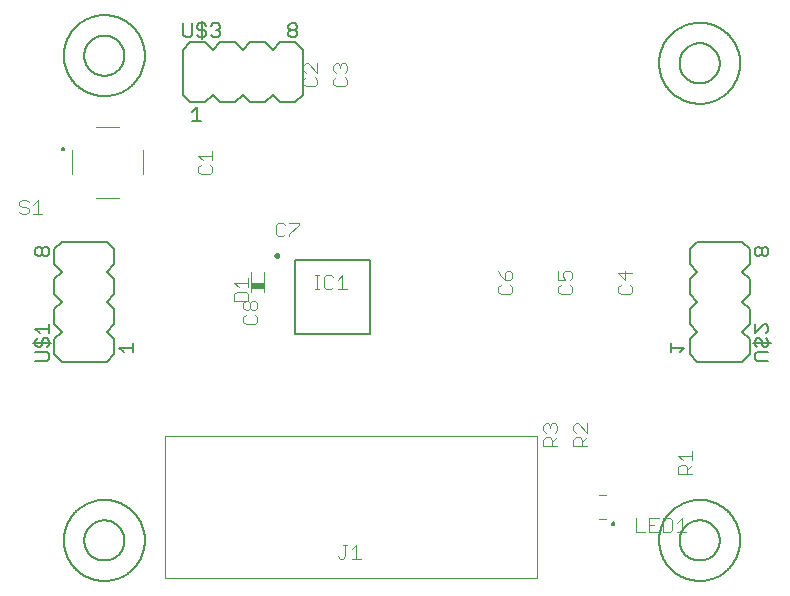
<source format=gbr>
G04 EAGLE Gerber RS-274X export*
G75*
%MOMM*%
%FSLAX34Y34*%
%LPD*%
%INSilkscreen Top*%
%IPPOS*%
%AMOC8*
5,1,8,0,0,1.08239X$1,22.5*%
G01*
%ADD10C,0.152400*%
%ADD11C,0.203200*%
%ADD12C,0.200000*%
%ADD13C,0.250000*%
%ADD14C,0.101600*%
%ADD15C,0.100000*%
%ADD16C,0.200000*%
%ADD17C,0.127000*%
%ADD18R,1.100000X0.600000*%


D10*
X13710Y458470D02*
X13720Y459312D01*
X13751Y460153D01*
X13803Y460993D01*
X13875Y461831D01*
X13968Y462667D01*
X14081Y463501D01*
X14215Y464332D01*
X14369Y465160D01*
X14543Y465983D01*
X14738Y466802D01*
X14952Y467616D01*
X15187Y468424D01*
X15441Y469226D01*
X15714Y470022D01*
X16008Y470811D01*
X16320Y471592D01*
X16652Y472366D01*
X17002Y473131D01*
X17371Y473887D01*
X17759Y474634D01*
X18165Y475371D01*
X18588Y476099D01*
X19030Y476815D01*
X19489Y477521D01*
X19965Y478214D01*
X20458Y478897D01*
X20968Y479566D01*
X21493Y480223D01*
X22035Y480867D01*
X22593Y481498D01*
X23166Y482114D01*
X23753Y482717D01*
X24356Y483304D01*
X24972Y483877D01*
X25603Y484435D01*
X26247Y484977D01*
X26904Y485502D01*
X27573Y486012D01*
X28256Y486505D01*
X28949Y486981D01*
X29655Y487440D01*
X30371Y487882D01*
X31099Y488305D01*
X31836Y488711D01*
X32583Y489099D01*
X33339Y489468D01*
X34104Y489818D01*
X34878Y490150D01*
X35659Y490462D01*
X36448Y490756D01*
X37244Y491029D01*
X38046Y491283D01*
X38854Y491518D01*
X39668Y491732D01*
X40487Y491927D01*
X41310Y492101D01*
X42138Y492255D01*
X42969Y492389D01*
X43803Y492502D01*
X44639Y492595D01*
X45477Y492667D01*
X46317Y492719D01*
X47158Y492750D01*
X48000Y492760D01*
X48842Y492750D01*
X49683Y492719D01*
X50523Y492667D01*
X51361Y492595D01*
X52197Y492502D01*
X53031Y492389D01*
X53862Y492255D01*
X54690Y492101D01*
X55513Y491927D01*
X56332Y491732D01*
X57146Y491518D01*
X57954Y491283D01*
X58756Y491029D01*
X59552Y490756D01*
X60341Y490462D01*
X61122Y490150D01*
X61896Y489818D01*
X62661Y489468D01*
X63417Y489099D01*
X64164Y488711D01*
X64901Y488305D01*
X65629Y487882D01*
X66345Y487440D01*
X67051Y486981D01*
X67744Y486505D01*
X68427Y486012D01*
X69096Y485502D01*
X69753Y484977D01*
X70397Y484435D01*
X71028Y483877D01*
X71644Y483304D01*
X72247Y482717D01*
X72834Y482114D01*
X73407Y481498D01*
X73965Y480867D01*
X74507Y480223D01*
X75032Y479566D01*
X75542Y478897D01*
X76035Y478214D01*
X76511Y477521D01*
X76970Y476815D01*
X77412Y476099D01*
X77835Y475371D01*
X78241Y474634D01*
X78629Y473887D01*
X78998Y473131D01*
X79348Y472366D01*
X79680Y471592D01*
X79992Y470811D01*
X80286Y470022D01*
X80559Y469226D01*
X80813Y468424D01*
X81048Y467616D01*
X81262Y466802D01*
X81457Y465983D01*
X81631Y465160D01*
X81785Y464332D01*
X81919Y463501D01*
X82032Y462667D01*
X82125Y461831D01*
X82197Y460993D01*
X82249Y460153D01*
X82280Y459312D01*
X82290Y458470D01*
X82280Y457628D01*
X82249Y456787D01*
X82197Y455947D01*
X82125Y455109D01*
X82032Y454273D01*
X81919Y453439D01*
X81785Y452608D01*
X81631Y451780D01*
X81457Y450957D01*
X81262Y450138D01*
X81048Y449324D01*
X80813Y448516D01*
X80559Y447714D01*
X80286Y446918D01*
X79992Y446129D01*
X79680Y445348D01*
X79348Y444574D01*
X78998Y443809D01*
X78629Y443053D01*
X78241Y442306D01*
X77835Y441569D01*
X77412Y440841D01*
X76970Y440125D01*
X76511Y439419D01*
X76035Y438726D01*
X75542Y438043D01*
X75032Y437374D01*
X74507Y436717D01*
X73965Y436073D01*
X73407Y435442D01*
X72834Y434826D01*
X72247Y434223D01*
X71644Y433636D01*
X71028Y433063D01*
X70397Y432505D01*
X69753Y431963D01*
X69096Y431438D01*
X68427Y430928D01*
X67744Y430435D01*
X67051Y429959D01*
X66345Y429500D01*
X65629Y429058D01*
X64901Y428635D01*
X64164Y428229D01*
X63417Y427841D01*
X62661Y427472D01*
X61896Y427122D01*
X61122Y426790D01*
X60341Y426478D01*
X59552Y426184D01*
X58756Y425911D01*
X57954Y425657D01*
X57146Y425422D01*
X56332Y425208D01*
X55513Y425013D01*
X54690Y424839D01*
X53862Y424685D01*
X53031Y424551D01*
X52197Y424438D01*
X51361Y424345D01*
X50523Y424273D01*
X49683Y424221D01*
X48842Y424190D01*
X48000Y424180D01*
X47158Y424190D01*
X46317Y424221D01*
X45477Y424273D01*
X44639Y424345D01*
X43803Y424438D01*
X42969Y424551D01*
X42138Y424685D01*
X41310Y424839D01*
X40487Y425013D01*
X39668Y425208D01*
X38854Y425422D01*
X38046Y425657D01*
X37244Y425911D01*
X36448Y426184D01*
X35659Y426478D01*
X34878Y426790D01*
X34104Y427122D01*
X33339Y427472D01*
X32583Y427841D01*
X31836Y428229D01*
X31099Y428635D01*
X30371Y429058D01*
X29655Y429500D01*
X28949Y429959D01*
X28256Y430435D01*
X27573Y430928D01*
X26904Y431438D01*
X26247Y431963D01*
X25603Y432505D01*
X24972Y433063D01*
X24356Y433636D01*
X23753Y434223D01*
X23166Y434826D01*
X22593Y435442D01*
X22035Y436073D01*
X21493Y436717D01*
X20968Y437374D01*
X20458Y438043D01*
X19965Y438726D01*
X19489Y439419D01*
X19030Y440125D01*
X18588Y440841D01*
X18165Y441569D01*
X17759Y442306D01*
X17371Y443053D01*
X17002Y443809D01*
X16652Y444574D01*
X16320Y445348D01*
X16008Y446129D01*
X15714Y446918D01*
X15441Y447714D01*
X15187Y448516D01*
X14952Y449324D01*
X14738Y450138D01*
X14543Y450957D01*
X14369Y451780D01*
X14215Y452608D01*
X14081Y453439D01*
X13968Y454273D01*
X13875Y455109D01*
X13803Y455947D01*
X13751Y456787D01*
X13720Y457628D01*
X13710Y458470D01*
D11*
X31000Y458470D02*
X31005Y458887D01*
X31020Y459304D01*
X31046Y459721D01*
X31082Y460136D01*
X31128Y460551D01*
X31184Y460964D01*
X31250Y461376D01*
X31327Y461787D01*
X31413Y462195D01*
X31509Y462601D01*
X31616Y463004D01*
X31732Y463405D01*
X31858Y463803D01*
X31994Y464197D01*
X32139Y464588D01*
X32294Y464976D01*
X32458Y465359D01*
X32632Y465738D01*
X32815Y466113D01*
X33007Y466484D01*
X33209Y466849D01*
X33419Y467210D01*
X33637Y467565D01*
X33865Y467915D01*
X34101Y468259D01*
X34345Y468597D01*
X34598Y468929D01*
X34859Y469255D01*
X35127Y469574D01*
X35404Y469887D01*
X35688Y470192D01*
X35979Y470491D01*
X36278Y470782D01*
X36583Y471066D01*
X36896Y471343D01*
X37215Y471611D01*
X37541Y471872D01*
X37873Y472125D01*
X38211Y472369D01*
X38555Y472605D01*
X38905Y472833D01*
X39260Y473051D01*
X39621Y473261D01*
X39986Y473463D01*
X40357Y473655D01*
X40732Y473838D01*
X41111Y474012D01*
X41494Y474176D01*
X41882Y474331D01*
X42273Y474476D01*
X42667Y474612D01*
X43065Y474738D01*
X43466Y474854D01*
X43869Y474961D01*
X44275Y475057D01*
X44683Y475143D01*
X45094Y475220D01*
X45506Y475286D01*
X45919Y475342D01*
X46334Y475388D01*
X46749Y475424D01*
X47166Y475450D01*
X47583Y475465D01*
X48000Y475470D01*
X48417Y475465D01*
X48834Y475450D01*
X49251Y475424D01*
X49666Y475388D01*
X50081Y475342D01*
X50494Y475286D01*
X50906Y475220D01*
X51317Y475143D01*
X51725Y475057D01*
X52131Y474961D01*
X52534Y474854D01*
X52935Y474738D01*
X53333Y474612D01*
X53727Y474476D01*
X54118Y474331D01*
X54506Y474176D01*
X54889Y474012D01*
X55268Y473838D01*
X55643Y473655D01*
X56014Y473463D01*
X56379Y473261D01*
X56740Y473051D01*
X57095Y472833D01*
X57445Y472605D01*
X57789Y472369D01*
X58127Y472125D01*
X58459Y471872D01*
X58785Y471611D01*
X59104Y471343D01*
X59417Y471066D01*
X59722Y470782D01*
X60021Y470491D01*
X60312Y470192D01*
X60596Y469887D01*
X60873Y469574D01*
X61141Y469255D01*
X61402Y468929D01*
X61655Y468597D01*
X61899Y468259D01*
X62135Y467915D01*
X62363Y467565D01*
X62581Y467210D01*
X62791Y466849D01*
X62993Y466484D01*
X63185Y466113D01*
X63368Y465738D01*
X63542Y465359D01*
X63706Y464976D01*
X63861Y464588D01*
X64006Y464197D01*
X64142Y463803D01*
X64268Y463405D01*
X64384Y463004D01*
X64491Y462601D01*
X64587Y462195D01*
X64673Y461787D01*
X64750Y461376D01*
X64816Y460964D01*
X64872Y460551D01*
X64918Y460136D01*
X64954Y459721D01*
X64980Y459304D01*
X64995Y458887D01*
X65000Y458470D01*
X64995Y458053D01*
X64980Y457636D01*
X64954Y457219D01*
X64918Y456804D01*
X64872Y456389D01*
X64816Y455976D01*
X64750Y455564D01*
X64673Y455153D01*
X64587Y454745D01*
X64491Y454339D01*
X64384Y453936D01*
X64268Y453535D01*
X64142Y453137D01*
X64006Y452743D01*
X63861Y452352D01*
X63706Y451964D01*
X63542Y451581D01*
X63368Y451202D01*
X63185Y450827D01*
X62993Y450456D01*
X62791Y450091D01*
X62581Y449730D01*
X62363Y449375D01*
X62135Y449025D01*
X61899Y448681D01*
X61655Y448343D01*
X61402Y448011D01*
X61141Y447685D01*
X60873Y447366D01*
X60596Y447053D01*
X60312Y446748D01*
X60021Y446449D01*
X59722Y446158D01*
X59417Y445874D01*
X59104Y445597D01*
X58785Y445329D01*
X58459Y445068D01*
X58127Y444815D01*
X57789Y444571D01*
X57445Y444335D01*
X57095Y444107D01*
X56740Y443889D01*
X56379Y443679D01*
X56014Y443477D01*
X55643Y443285D01*
X55268Y443102D01*
X54889Y442928D01*
X54506Y442764D01*
X54118Y442609D01*
X53727Y442464D01*
X53333Y442328D01*
X52935Y442202D01*
X52534Y442086D01*
X52131Y441979D01*
X51725Y441883D01*
X51317Y441797D01*
X50906Y441720D01*
X50494Y441654D01*
X50081Y441598D01*
X49666Y441552D01*
X49251Y441516D01*
X48834Y441490D01*
X48417Y441475D01*
X48000Y441470D01*
X47583Y441475D01*
X47166Y441490D01*
X46749Y441516D01*
X46334Y441552D01*
X45919Y441598D01*
X45506Y441654D01*
X45094Y441720D01*
X44683Y441797D01*
X44275Y441883D01*
X43869Y441979D01*
X43466Y442086D01*
X43065Y442202D01*
X42667Y442328D01*
X42273Y442464D01*
X41882Y442609D01*
X41494Y442764D01*
X41111Y442928D01*
X40732Y443102D01*
X40357Y443285D01*
X39986Y443477D01*
X39621Y443679D01*
X39260Y443889D01*
X38905Y444107D01*
X38555Y444335D01*
X38211Y444571D01*
X37873Y444815D01*
X37541Y445068D01*
X37215Y445329D01*
X36896Y445597D01*
X36583Y445874D01*
X36278Y446158D01*
X35979Y446449D01*
X35688Y446748D01*
X35404Y447053D01*
X35127Y447366D01*
X34859Y447685D01*
X34598Y448011D01*
X34345Y448343D01*
X34101Y448681D01*
X33865Y449025D01*
X33637Y449375D01*
X33419Y449730D01*
X33209Y450091D01*
X33007Y450456D01*
X32815Y450827D01*
X32632Y451202D01*
X32458Y451581D01*
X32294Y451964D01*
X32139Y452352D01*
X31994Y452743D01*
X31858Y453137D01*
X31732Y453535D01*
X31616Y453936D01*
X31509Y454339D01*
X31413Y454745D01*
X31327Y455153D01*
X31250Y455564D01*
X31184Y455976D01*
X31128Y456389D01*
X31082Y456804D01*
X31046Y457219D01*
X31020Y457636D01*
X31005Y458053D01*
X31000Y458470D01*
D10*
X517710Y452000D02*
X517720Y452842D01*
X517751Y453683D01*
X517803Y454523D01*
X517875Y455361D01*
X517968Y456197D01*
X518081Y457031D01*
X518215Y457862D01*
X518369Y458690D01*
X518543Y459513D01*
X518738Y460332D01*
X518952Y461146D01*
X519187Y461954D01*
X519441Y462756D01*
X519714Y463552D01*
X520008Y464341D01*
X520320Y465122D01*
X520652Y465896D01*
X521002Y466661D01*
X521371Y467417D01*
X521759Y468164D01*
X522165Y468901D01*
X522588Y469629D01*
X523030Y470345D01*
X523489Y471051D01*
X523965Y471744D01*
X524458Y472427D01*
X524968Y473096D01*
X525493Y473753D01*
X526035Y474397D01*
X526593Y475028D01*
X527166Y475644D01*
X527753Y476247D01*
X528356Y476834D01*
X528972Y477407D01*
X529603Y477965D01*
X530247Y478507D01*
X530904Y479032D01*
X531573Y479542D01*
X532256Y480035D01*
X532949Y480511D01*
X533655Y480970D01*
X534371Y481412D01*
X535099Y481835D01*
X535836Y482241D01*
X536583Y482629D01*
X537339Y482998D01*
X538104Y483348D01*
X538878Y483680D01*
X539659Y483992D01*
X540448Y484286D01*
X541244Y484559D01*
X542046Y484813D01*
X542854Y485048D01*
X543668Y485262D01*
X544487Y485457D01*
X545310Y485631D01*
X546138Y485785D01*
X546969Y485919D01*
X547803Y486032D01*
X548639Y486125D01*
X549477Y486197D01*
X550317Y486249D01*
X551158Y486280D01*
X552000Y486290D01*
X552842Y486280D01*
X553683Y486249D01*
X554523Y486197D01*
X555361Y486125D01*
X556197Y486032D01*
X557031Y485919D01*
X557862Y485785D01*
X558690Y485631D01*
X559513Y485457D01*
X560332Y485262D01*
X561146Y485048D01*
X561954Y484813D01*
X562756Y484559D01*
X563552Y484286D01*
X564341Y483992D01*
X565122Y483680D01*
X565896Y483348D01*
X566661Y482998D01*
X567417Y482629D01*
X568164Y482241D01*
X568901Y481835D01*
X569629Y481412D01*
X570345Y480970D01*
X571051Y480511D01*
X571744Y480035D01*
X572427Y479542D01*
X573096Y479032D01*
X573753Y478507D01*
X574397Y477965D01*
X575028Y477407D01*
X575644Y476834D01*
X576247Y476247D01*
X576834Y475644D01*
X577407Y475028D01*
X577965Y474397D01*
X578507Y473753D01*
X579032Y473096D01*
X579542Y472427D01*
X580035Y471744D01*
X580511Y471051D01*
X580970Y470345D01*
X581412Y469629D01*
X581835Y468901D01*
X582241Y468164D01*
X582629Y467417D01*
X582998Y466661D01*
X583348Y465896D01*
X583680Y465122D01*
X583992Y464341D01*
X584286Y463552D01*
X584559Y462756D01*
X584813Y461954D01*
X585048Y461146D01*
X585262Y460332D01*
X585457Y459513D01*
X585631Y458690D01*
X585785Y457862D01*
X585919Y457031D01*
X586032Y456197D01*
X586125Y455361D01*
X586197Y454523D01*
X586249Y453683D01*
X586280Y452842D01*
X586290Y452000D01*
X586280Y451158D01*
X586249Y450317D01*
X586197Y449477D01*
X586125Y448639D01*
X586032Y447803D01*
X585919Y446969D01*
X585785Y446138D01*
X585631Y445310D01*
X585457Y444487D01*
X585262Y443668D01*
X585048Y442854D01*
X584813Y442046D01*
X584559Y441244D01*
X584286Y440448D01*
X583992Y439659D01*
X583680Y438878D01*
X583348Y438104D01*
X582998Y437339D01*
X582629Y436583D01*
X582241Y435836D01*
X581835Y435099D01*
X581412Y434371D01*
X580970Y433655D01*
X580511Y432949D01*
X580035Y432256D01*
X579542Y431573D01*
X579032Y430904D01*
X578507Y430247D01*
X577965Y429603D01*
X577407Y428972D01*
X576834Y428356D01*
X576247Y427753D01*
X575644Y427166D01*
X575028Y426593D01*
X574397Y426035D01*
X573753Y425493D01*
X573096Y424968D01*
X572427Y424458D01*
X571744Y423965D01*
X571051Y423489D01*
X570345Y423030D01*
X569629Y422588D01*
X568901Y422165D01*
X568164Y421759D01*
X567417Y421371D01*
X566661Y421002D01*
X565896Y420652D01*
X565122Y420320D01*
X564341Y420008D01*
X563552Y419714D01*
X562756Y419441D01*
X561954Y419187D01*
X561146Y418952D01*
X560332Y418738D01*
X559513Y418543D01*
X558690Y418369D01*
X557862Y418215D01*
X557031Y418081D01*
X556197Y417968D01*
X555361Y417875D01*
X554523Y417803D01*
X553683Y417751D01*
X552842Y417720D01*
X552000Y417710D01*
X551158Y417720D01*
X550317Y417751D01*
X549477Y417803D01*
X548639Y417875D01*
X547803Y417968D01*
X546969Y418081D01*
X546138Y418215D01*
X545310Y418369D01*
X544487Y418543D01*
X543668Y418738D01*
X542854Y418952D01*
X542046Y419187D01*
X541244Y419441D01*
X540448Y419714D01*
X539659Y420008D01*
X538878Y420320D01*
X538104Y420652D01*
X537339Y421002D01*
X536583Y421371D01*
X535836Y421759D01*
X535099Y422165D01*
X534371Y422588D01*
X533655Y423030D01*
X532949Y423489D01*
X532256Y423965D01*
X531573Y424458D01*
X530904Y424968D01*
X530247Y425493D01*
X529603Y426035D01*
X528972Y426593D01*
X528356Y427166D01*
X527753Y427753D01*
X527166Y428356D01*
X526593Y428972D01*
X526035Y429603D01*
X525493Y430247D01*
X524968Y430904D01*
X524458Y431573D01*
X523965Y432256D01*
X523489Y432949D01*
X523030Y433655D01*
X522588Y434371D01*
X522165Y435099D01*
X521759Y435836D01*
X521371Y436583D01*
X521002Y437339D01*
X520652Y438104D01*
X520320Y438878D01*
X520008Y439659D01*
X519714Y440448D01*
X519441Y441244D01*
X519187Y442046D01*
X518952Y442854D01*
X518738Y443668D01*
X518543Y444487D01*
X518369Y445310D01*
X518215Y446138D01*
X518081Y446969D01*
X517968Y447803D01*
X517875Y448639D01*
X517803Y449477D01*
X517751Y450317D01*
X517720Y451158D01*
X517710Y452000D01*
D11*
X535000Y452000D02*
X535005Y452417D01*
X535020Y452834D01*
X535046Y453251D01*
X535082Y453666D01*
X535128Y454081D01*
X535184Y454494D01*
X535250Y454906D01*
X535327Y455317D01*
X535413Y455725D01*
X535509Y456131D01*
X535616Y456534D01*
X535732Y456935D01*
X535858Y457333D01*
X535994Y457727D01*
X536139Y458118D01*
X536294Y458506D01*
X536458Y458889D01*
X536632Y459268D01*
X536815Y459643D01*
X537007Y460014D01*
X537209Y460379D01*
X537419Y460740D01*
X537637Y461095D01*
X537865Y461445D01*
X538101Y461789D01*
X538345Y462127D01*
X538598Y462459D01*
X538859Y462785D01*
X539127Y463104D01*
X539404Y463417D01*
X539688Y463722D01*
X539979Y464021D01*
X540278Y464312D01*
X540583Y464596D01*
X540896Y464873D01*
X541215Y465141D01*
X541541Y465402D01*
X541873Y465655D01*
X542211Y465899D01*
X542555Y466135D01*
X542905Y466363D01*
X543260Y466581D01*
X543621Y466791D01*
X543986Y466993D01*
X544357Y467185D01*
X544732Y467368D01*
X545111Y467542D01*
X545494Y467706D01*
X545882Y467861D01*
X546273Y468006D01*
X546667Y468142D01*
X547065Y468268D01*
X547466Y468384D01*
X547869Y468491D01*
X548275Y468587D01*
X548683Y468673D01*
X549094Y468750D01*
X549506Y468816D01*
X549919Y468872D01*
X550334Y468918D01*
X550749Y468954D01*
X551166Y468980D01*
X551583Y468995D01*
X552000Y469000D01*
X552417Y468995D01*
X552834Y468980D01*
X553251Y468954D01*
X553666Y468918D01*
X554081Y468872D01*
X554494Y468816D01*
X554906Y468750D01*
X555317Y468673D01*
X555725Y468587D01*
X556131Y468491D01*
X556534Y468384D01*
X556935Y468268D01*
X557333Y468142D01*
X557727Y468006D01*
X558118Y467861D01*
X558506Y467706D01*
X558889Y467542D01*
X559268Y467368D01*
X559643Y467185D01*
X560014Y466993D01*
X560379Y466791D01*
X560740Y466581D01*
X561095Y466363D01*
X561445Y466135D01*
X561789Y465899D01*
X562127Y465655D01*
X562459Y465402D01*
X562785Y465141D01*
X563104Y464873D01*
X563417Y464596D01*
X563722Y464312D01*
X564021Y464021D01*
X564312Y463722D01*
X564596Y463417D01*
X564873Y463104D01*
X565141Y462785D01*
X565402Y462459D01*
X565655Y462127D01*
X565899Y461789D01*
X566135Y461445D01*
X566363Y461095D01*
X566581Y460740D01*
X566791Y460379D01*
X566993Y460014D01*
X567185Y459643D01*
X567368Y459268D01*
X567542Y458889D01*
X567706Y458506D01*
X567861Y458118D01*
X568006Y457727D01*
X568142Y457333D01*
X568268Y456935D01*
X568384Y456534D01*
X568491Y456131D01*
X568587Y455725D01*
X568673Y455317D01*
X568750Y454906D01*
X568816Y454494D01*
X568872Y454081D01*
X568918Y453666D01*
X568954Y453251D01*
X568980Y452834D01*
X568995Y452417D01*
X569000Y452000D01*
X568995Y451583D01*
X568980Y451166D01*
X568954Y450749D01*
X568918Y450334D01*
X568872Y449919D01*
X568816Y449506D01*
X568750Y449094D01*
X568673Y448683D01*
X568587Y448275D01*
X568491Y447869D01*
X568384Y447466D01*
X568268Y447065D01*
X568142Y446667D01*
X568006Y446273D01*
X567861Y445882D01*
X567706Y445494D01*
X567542Y445111D01*
X567368Y444732D01*
X567185Y444357D01*
X566993Y443986D01*
X566791Y443621D01*
X566581Y443260D01*
X566363Y442905D01*
X566135Y442555D01*
X565899Y442211D01*
X565655Y441873D01*
X565402Y441541D01*
X565141Y441215D01*
X564873Y440896D01*
X564596Y440583D01*
X564312Y440278D01*
X564021Y439979D01*
X563722Y439688D01*
X563417Y439404D01*
X563104Y439127D01*
X562785Y438859D01*
X562459Y438598D01*
X562127Y438345D01*
X561789Y438101D01*
X561445Y437865D01*
X561095Y437637D01*
X560740Y437419D01*
X560379Y437209D01*
X560014Y437007D01*
X559643Y436815D01*
X559268Y436632D01*
X558889Y436458D01*
X558506Y436294D01*
X558118Y436139D01*
X557727Y435994D01*
X557333Y435858D01*
X556935Y435732D01*
X556534Y435616D01*
X556131Y435509D01*
X555725Y435413D01*
X555317Y435327D01*
X554906Y435250D01*
X554494Y435184D01*
X554081Y435128D01*
X553666Y435082D01*
X553251Y435046D01*
X552834Y435020D01*
X552417Y435005D01*
X552000Y435000D01*
X551583Y435005D01*
X551166Y435020D01*
X550749Y435046D01*
X550334Y435082D01*
X549919Y435128D01*
X549506Y435184D01*
X549094Y435250D01*
X548683Y435327D01*
X548275Y435413D01*
X547869Y435509D01*
X547466Y435616D01*
X547065Y435732D01*
X546667Y435858D01*
X546273Y435994D01*
X545882Y436139D01*
X545494Y436294D01*
X545111Y436458D01*
X544732Y436632D01*
X544357Y436815D01*
X543986Y437007D01*
X543621Y437209D01*
X543260Y437419D01*
X542905Y437637D01*
X542555Y437865D01*
X542211Y438101D01*
X541873Y438345D01*
X541541Y438598D01*
X541215Y438859D01*
X540896Y439127D01*
X540583Y439404D01*
X540278Y439688D01*
X539979Y439979D01*
X539688Y440278D01*
X539404Y440583D01*
X539127Y440896D01*
X538859Y441215D01*
X538598Y441541D01*
X538345Y441873D01*
X538101Y442211D01*
X537865Y442555D01*
X537637Y442905D01*
X537419Y443260D01*
X537209Y443621D01*
X537007Y443986D01*
X536815Y444357D01*
X536632Y444732D01*
X536458Y445111D01*
X536294Y445494D01*
X536139Y445882D01*
X535994Y446273D01*
X535858Y446667D01*
X535732Y447065D01*
X535616Y447466D01*
X535509Y447869D01*
X535413Y448275D01*
X535327Y448683D01*
X535250Y449094D01*
X535184Y449506D01*
X535128Y449919D01*
X535082Y450334D01*
X535046Y450749D01*
X535020Y451166D01*
X535005Y451583D01*
X535000Y452000D01*
D10*
X13710Y48000D02*
X13720Y48842D01*
X13751Y49683D01*
X13803Y50523D01*
X13875Y51361D01*
X13968Y52197D01*
X14081Y53031D01*
X14215Y53862D01*
X14369Y54690D01*
X14543Y55513D01*
X14738Y56332D01*
X14952Y57146D01*
X15187Y57954D01*
X15441Y58756D01*
X15714Y59552D01*
X16008Y60341D01*
X16320Y61122D01*
X16652Y61896D01*
X17002Y62661D01*
X17371Y63417D01*
X17759Y64164D01*
X18165Y64901D01*
X18588Y65629D01*
X19030Y66345D01*
X19489Y67051D01*
X19965Y67744D01*
X20458Y68427D01*
X20968Y69096D01*
X21493Y69753D01*
X22035Y70397D01*
X22593Y71028D01*
X23166Y71644D01*
X23753Y72247D01*
X24356Y72834D01*
X24972Y73407D01*
X25603Y73965D01*
X26247Y74507D01*
X26904Y75032D01*
X27573Y75542D01*
X28256Y76035D01*
X28949Y76511D01*
X29655Y76970D01*
X30371Y77412D01*
X31099Y77835D01*
X31836Y78241D01*
X32583Y78629D01*
X33339Y78998D01*
X34104Y79348D01*
X34878Y79680D01*
X35659Y79992D01*
X36448Y80286D01*
X37244Y80559D01*
X38046Y80813D01*
X38854Y81048D01*
X39668Y81262D01*
X40487Y81457D01*
X41310Y81631D01*
X42138Y81785D01*
X42969Y81919D01*
X43803Y82032D01*
X44639Y82125D01*
X45477Y82197D01*
X46317Y82249D01*
X47158Y82280D01*
X48000Y82290D01*
X48842Y82280D01*
X49683Y82249D01*
X50523Y82197D01*
X51361Y82125D01*
X52197Y82032D01*
X53031Y81919D01*
X53862Y81785D01*
X54690Y81631D01*
X55513Y81457D01*
X56332Y81262D01*
X57146Y81048D01*
X57954Y80813D01*
X58756Y80559D01*
X59552Y80286D01*
X60341Y79992D01*
X61122Y79680D01*
X61896Y79348D01*
X62661Y78998D01*
X63417Y78629D01*
X64164Y78241D01*
X64901Y77835D01*
X65629Y77412D01*
X66345Y76970D01*
X67051Y76511D01*
X67744Y76035D01*
X68427Y75542D01*
X69096Y75032D01*
X69753Y74507D01*
X70397Y73965D01*
X71028Y73407D01*
X71644Y72834D01*
X72247Y72247D01*
X72834Y71644D01*
X73407Y71028D01*
X73965Y70397D01*
X74507Y69753D01*
X75032Y69096D01*
X75542Y68427D01*
X76035Y67744D01*
X76511Y67051D01*
X76970Y66345D01*
X77412Y65629D01*
X77835Y64901D01*
X78241Y64164D01*
X78629Y63417D01*
X78998Y62661D01*
X79348Y61896D01*
X79680Y61122D01*
X79992Y60341D01*
X80286Y59552D01*
X80559Y58756D01*
X80813Y57954D01*
X81048Y57146D01*
X81262Y56332D01*
X81457Y55513D01*
X81631Y54690D01*
X81785Y53862D01*
X81919Y53031D01*
X82032Y52197D01*
X82125Y51361D01*
X82197Y50523D01*
X82249Y49683D01*
X82280Y48842D01*
X82290Y48000D01*
X82280Y47158D01*
X82249Y46317D01*
X82197Y45477D01*
X82125Y44639D01*
X82032Y43803D01*
X81919Y42969D01*
X81785Y42138D01*
X81631Y41310D01*
X81457Y40487D01*
X81262Y39668D01*
X81048Y38854D01*
X80813Y38046D01*
X80559Y37244D01*
X80286Y36448D01*
X79992Y35659D01*
X79680Y34878D01*
X79348Y34104D01*
X78998Y33339D01*
X78629Y32583D01*
X78241Y31836D01*
X77835Y31099D01*
X77412Y30371D01*
X76970Y29655D01*
X76511Y28949D01*
X76035Y28256D01*
X75542Y27573D01*
X75032Y26904D01*
X74507Y26247D01*
X73965Y25603D01*
X73407Y24972D01*
X72834Y24356D01*
X72247Y23753D01*
X71644Y23166D01*
X71028Y22593D01*
X70397Y22035D01*
X69753Y21493D01*
X69096Y20968D01*
X68427Y20458D01*
X67744Y19965D01*
X67051Y19489D01*
X66345Y19030D01*
X65629Y18588D01*
X64901Y18165D01*
X64164Y17759D01*
X63417Y17371D01*
X62661Y17002D01*
X61896Y16652D01*
X61122Y16320D01*
X60341Y16008D01*
X59552Y15714D01*
X58756Y15441D01*
X57954Y15187D01*
X57146Y14952D01*
X56332Y14738D01*
X55513Y14543D01*
X54690Y14369D01*
X53862Y14215D01*
X53031Y14081D01*
X52197Y13968D01*
X51361Y13875D01*
X50523Y13803D01*
X49683Y13751D01*
X48842Y13720D01*
X48000Y13710D01*
X47158Y13720D01*
X46317Y13751D01*
X45477Y13803D01*
X44639Y13875D01*
X43803Y13968D01*
X42969Y14081D01*
X42138Y14215D01*
X41310Y14369D01*
X40487Y14543D01*
X39668Y14738D01*
X38854Y14952D01*
X38046Y15187D01*
X37244Y15441D01*
X36448Y15714D01*
X35659Y16008D01*
X34878Y16320D01*
X34104Y16652D01*
X33339Y17002D01*
X32583Y17371D01*
X31836Y17759D01*
X31099Y18165D01*
X30371Y18588D01*
X29655Y19030D01*
X28949Y19489D01*
X28256Y19965D01*
X27573Y20458D01*
X26904Y20968D01*
X26247Y21493D01*
X25603Y22035D01*
X24972Y22593D01*
X24356Y23166D01*
X23753Y23753D01*
X23166Y24356D01*
X22593Y24972D01*
X22035Y25603D01*
X21493Y26247D01*
X20968Y26904D01*
X20458Y27573D01*
X19965Y28256D01*
X19489Y28949D01*
X19030Y29655D01*
X18588Y30371D01*
X18165Y31099D01*
X17759Y31836D01*
X17371Y32583D01*
X17002Y33339D01*
X16652Y34104D01*
X16320Y34878D01*
X16008Y35659D01*
X15714Y36448D01*
X15441Y37244D01*
X15187Y38046D01*
X14952Y38854D01*
X14738Y39668D01*
X14543Y40487D01*
X14369Y41310D01*
X14215Y42138D01*
X14081Y42969D01*
X13968Y43803D01*
X13875Y44639D01*
X13803Y45477D01*
X13751Y46317D01*
X13720Y47158D01*
X13710Y48000D01*
D11*
X31000Y48000D02*
X31005Y48417D01*
X31020Y48834D01*
X31046Y49251D01*
X31082Y49666D01*
X31128Y50081D01*
X31184Y50494D01*
X31250Y50906D01*
X31327Y51317D01*
X31413Y51725D01*
X31509Y52131D01*
X31616Y52534D01*
X31732Y52935D01*
X31858Y53333D01*
X31994Y53727D01*
X32139Y54118D01*
X32294Y54506D01*
X32458Y54889D01*
X32632Y55268D01*
X32815Y55643D01*
X33007Y56014D01*
X33209Y56379D01*
X33419Y56740D01*
X33637Y57095D01*
X33865Y57445D01*
X34101Y57789D01*
X34345Y58127D01*
X34598Y58459D01*
X34859Y58785D01*
X35127Y59104D01*
X35404Y59417D01*
X35688Y59722D01*
X35979Y60021D01*
X36278Y60312D01*
X36583Y60596D01*
X36896Y60873D01*
X37215Y61141D01*
X37541Y61402D01*
X37873Y61655D01*
X38211Y61899D01*
X38555Y62135D01*
X38905Y62363D01*
X39260Y62581D01*
X39621Y62791D01*
X39986Y62993D01*
X40357Y63185D01*
X40732Y63368D01*
X41111Y63542D01*
X41494Y63706D01*
X41882Y63861D01*
X42273Y64006D01*
X42667Y64142D01*
X43065Y64268D01*
X43466Y64384D01*
X43869Y64491D01*
X44275Y64587D01*
X44683Y64673D01*
X45094Y64750D01*
X45506Y64816D01*
X45919Y64872D01*
X46334Y64918D01*
X46749Y64954D01*
X47166Y64980D01*
X47583Y64995D01*
X48000Y65000D01*
X48417Y64995D01*
X48834Y64980D01*
X49251Y64954D01*
X49666Y64918D01*
X50081Y64872D01*
X50494Y64816D01*
X50906Y64750D01*
X51317Y64673D01*
X51725Y64587D01*
X52131Y64491D01*
X52534Y64384D01*
X52935Y64268D01*
X53333Y64142D01*
X53727Y64006D01*
X54118Y63861D01*
X54506Y63706D01*
X54889Y63542D01*
X55268Y63368D01*
X55643Y63185D01*
X56014Y62993D01*
X56379Y62791D01*
X56740Y62581D01*
X57095Y62363D01*
X57445Y62135D01*
X57789Y61899D01*
X58127Y61655D01*
X58459Y61402D01*
X58785Y61141D01*
X59104Y60873D01*
X59417Y60596D01*
X59722Y60312D01*
X60021Y60021D01*
X60312Y59722D01*
X60596Y59417D01*
X60873Y59104D01*
X61141Y58785D01*
X61402Y58459D01*
X61655Y58127D01*
X61899Y57789D01*
X62135Y57445D01*
X62363Y57095D01*
X62581Y56740D01*
X62791Y56379D01*
X62993Y56014D01*
X63185Y55643D01*
X63368Y55268D01*
X63542Y54889D01*
X63706Y54506D01*
X63861Y54118D01*
X64006Y53727D01*
X64142Y53333D01*
X64268Y52935D01*
X64384Y52534D01*
X64491Y52131D01*
X64587Y51725D01*
X64673Y51317D01*
X64750Y50906D01*
X64816Y50494D01*
X64872Y50081D01*
X64918Y49666D01*
X64954Y49251D01*
X64980Y48834D01*
X64995Y48417D01*
X65000Y48000D01*
X64995Y47583D01*
X64980Y47166D01*
X64954Y46749D01*
X64918Y46334D01*
X64872Y45919D01*
X64816Y45506D01*
X64750Y45094D01*
X64673Y44683D01*
X64587Y44275D01*
X64491Y43869D01*
X64384Y43466D01*
X64268Y43065D01*
X64142Y42667D01*
X64006Y42273D01*
X63861Y41882D01*
X63706Y41494D01*
X63542Y41111D01*
X63368Y40732D01*
X63185Y40357D01*
X62993Y39986D01*
X62791Y39621D01*
X62581Y39260D01*
X62363Y38905D01*
X62135Y38555D01*
X61899Y38211D01*
X61655Y37873D01*
X61402Y37541D01*
X61141Y37215D01*
X60873Y36896D01*
X60596Y36583D01*
X60312Y36278D01*
X60021Y35979D01*
X59722Y35688D01*
X59417Y35404D01*
X59104Y35127D01*
X58785Y34859D01*
X58459Y34598D01*
X58127Y34345D01*
X57789Y34101D01*
X57445Y33865D01*
X57095Y33637D01*
X56740Y33419D01*
X56379Y33209D01*
X56014Y33007D01*
X55643Y32815D01*
X55268Y32632D01*
X54889Y32458D01*
X54506Y32294D01*
X54118Y32139D01*
X53727Y31994D01*
X53333Y31858D01*
X52935Y31732D01*
X52534Y31616D01*
X52131Y31509D01*
X51725Y31413D01*
X51317Y31327D01*
X50906Y31250D01*
X50494Y31184D01*
X50081Y31128D01*
X49666Y31082D01*
X49251Y31046D01*
X48834Y31020D01*
X48417Y31005D01*
X48000Y31000D01*
X47583Y31005D01*
X47166Y31020D01*
X46749Y31046D01*
X46334Y31082D01*
X45919Y31128D01*
X45506Y31184D01*
X45094Y31250D01*
X44683Y31327D01*
X44275Y31413D01*
X43869Y31509D01*
X43466Y31616D01*
X43065Y31732D01*
X42667Y31858D01*
X42273Y31994D01*
X41882Y32139D01*
X41494Y32294D01*
X41111Y32458D01*
X40732Y32632D01*
X40357Y32815D01*
X39986Y33007D01*
X39621Y33209D01*
X39260Y33419D01*
X38905Y33637D01*
X38555Y33865D01*
X38211Y34101D01*
X37873Y34345D01*
X37541Y34598D01*
X37215Y34859D01*
X36896Y35127D01*
X36583Y35404D01*
X36278Y35688D01*
X35979Y35979D01*
X35688Y36278D01*
X35404Y36583D01*
X35127Y36896D01*
X34859Y37215D01*
X34598Y37541D01*
X34345Y37873D01*
X34101Y38211D01*
X33865Y38555D01*
X33637Y38905D01*
X33419Y39260D01*
X33209Y39621D01*
X33007Y39986D01*
X32815Y40357D01*
X32632Y40732D01*
X32458Y41111D01*
X32294Y41494D01*
X32139Y41882D01*
X31994Y42273D01*
X31858Y42667D01*
X31732Y43065D01*
X31616Y43466D01*
X31509Y43869D01*
X31413Y44275D01*
X31327Y44683D01*
X31250Y45094D01*
X31184Y45506D01*
X31128Y45919D01*
X31082Y46334D01*
X31046Y46749D01*
X31020Y47166D01*
X31005Y47583D01*
X31000Y48000D01*
D10*
X517710Y48000D02*
X517720Y48842D01*
X517751Y49683D01*
X517803Y50523D01*
X517875Y51361D01*
X517968Y52197D01*
X518081Y53031D01*
X518215Y53862D01*
X518369Y54690D01*
X518543Y55513D01*
X518738Y56332D01*
X518952Y57146D01*
X519187Y57954D01*
X519441Y58756D01*
X519714Y59552D01*
X520008Y60341D01*
X520320Y61122D01*
X520652Y61896D01*
X521002Y62661D01*
X521371Y63417D01*
X521759Y64164D01*
X522165Y64901D01*
X522588Y65629D01*
X523030Y66345D01*
X523489Y67051D01*
X523965Y67744D01*
X524458Y68427D01*
X524968Y69096D01*
X525493Y69753D01*
X526035Y70397D01*
X526593Y71028D01*
X527166Y71644D01*
X527753Y72247D01*
X528356Y72834D01*
X528972Y73407D01*
X529603Y73965D01*
X530247Y74507D01*
X530904Y75032D01*
X531573Y75542D01*
X532256Y76035D01*
X532949Y76511D01*
X533655Y76970D01*
X534371Y77412D01*
X535099Y77835D01*
X535836Y78241D01*
X536583Y78629D01*
X537339Y78998D01*
X538104Y79348D01*
X538878Y79680D01*
X539659Y79992D01*
X540448Y80286D01*
X541244Y80559D01*
X542046Y80813D01*
X542854Y81048D01*
X543668Y81262D01*
X544487Y81457D01*
X545310Y81631D01*
X546138Y81785D01*
X546969Y81919D01*
X547803Y82032D01*
X548639Y82125D01*
X549477Y82197D01*
X550317Y82249D01*
X551158Y82280D01*
X552000Y82290D01*
X552842Y82280D01*
X553683Y82249D01*
X554523Y82197D01*
X555361Y82125D01*
X556197Y82032D01*
X557031Y81919D01*
X557862Y81785D01*
X558690Y81631D01*
X559513Y81457D01*
X560332Y81262D01*
X561146Y81048D01*
X561954Y80813D01*
X562756Y80559D01*
X563552Y80286D01*
X564341Y79992D01*
X565122Y79680D01*
X565896Y79348D01*
X566661Y78998D01*
X567417Y78629D01*
X568164Y78241D01*
X568901Y77835D01*
X569629Y77412D01*
X570345Y76970D01*
X571051Y76511D01*
X571744Y76035D01*
X572427Y75542D01*
X573096Y75032D01*
X573753Y74507D01*
X574397Y73965D01*
X575028Y73407D01*
X575644Y72834D01*
X576247Y72247D01*
X576834Y71644D01*
X577407Y71028D01*
X577965Y70397D01*
X578507Y69753D01*
X579032Y69096D01*
X579542Y68427D01*
X580035Y67744D01*
X580511Y67051D01*
X580970Y66345D01*
X581412Y65629D01*
X581835Y64901D01*
X582241Y64164D01*
X582629Y63417D01*
X582998Y62661D01*
X583348Y61896D01*
X583680Y61122D01*
X583992Y60341D01*
X584286Y59552D01*
X584559Y58756D01*
X584813Y57954D01*
X585048Y57146D01*
X585262Y56332D01*
X585457Y55513D01*
X585631Y54690D01*
X585785Y53862D01*
X585919Y53031D01*
X586032Y52197D01*
X586125Y51361D01*
X586197Y50523D01*
X586249Y49683D01*
X586280Y48842D01*
X586290Y48000D01*
X586280Y47158D01*
X586249Y46317D01*
X586197Y45477D01*
X586125Y44639D01*
X586032Y43803D01*
X585919Y42969D01*
X585785Y42138D01*
X585631Y41310D01*
X585457Y40487D01*
X585262Y39668D01*
X585048Y38854D01*
X584813Y38046D01*
X584559Y37244D01*
X584286Y36448D01*
X583992Y35659D01*
X583680Y34878D01*
X583348Y34104D01*
X582998Y33339D01*
X582629Y32583D01*
X582241Y31836D01*
X581835Y31099D01*
X581412Y30371D01*
X580970Y29655D01*
X580511Y28949D01*
X580035Y28256D01*
X579542Y27573D01*
X579032Y26904D01*
X578507Y26247D01*
X577965Y25603D01*
X577407Y24972D01*
X576834Y24356D01*
X576247Y23753D01*
X575644Y23166D01*
X575028Y22593D01*
X574397Y22035D01*
X573753Y21493D01*
X573096Y20968D01*
X572427Y20458D01*
X571744Y19965D01*
X571051Y19489D01*
X570345Y19030D01*
X569629Y18588D01*
X568901Y18165D01*
X568164Y17759D01*
X567417Y17371D01*
X566661Y17002D01*
X565896Y16652D01*
X565122Y16320D01*
X564341Y16008D01*
X563552Y15714D01*
X562756Y15441D01*
X561954Y15187D01*
X561146Y14952D01*
X560332Y14738D01*
X559513Y14543D01*
X558690Y14369D01*
X557862Y14215D01*
X557031Y14081D01*
X556197Y13968D01*
X555361Y13875D01*
X554523Y13803D01*
X553683Y13751D01*
X552842Y13720D01*
X552000Y13710D01*
X551158Y13720D01*
X550317Y13751D01*
X549477Y13803D01*
X548639Y13875D01*
X547803Y13968D01*
X546969Y14081D01*
X546138Y14215D01*
X545310Y14369D01*
X544487Y14543D01*
X543668Y14738D01*
X542854Y14952D01*
X542046Y15187D01*
X541244Y15441D01*
X540448Y15714D01*
X539659Y16008D01*
X538878Y16320D01*
X538104Y16652D01*
X537339Y17002D01*
X536583Y17371D01*
X535836Y17759D01*
X535099Y18165D01*
X534371Y18588D01*
X533655Y19030D01*
X532949Y19489D01*
X532256Y19965D01*
X531573Y20458D01*
X530904Y20968D01*
X530247Y21493D01*
X529603Y22035D01*
X528972Y22593D01*
X528356Y23166D01*
X527753Y23753D01*
X527166Y24356D01*
X526593Y24972D01*
X526035Y25603D01*
X525493Y26247D01*
X524968Y26904D01*
X524458Y27573D01*
X523965Y28256D01*
X523489Y28949D01*
X523030Y29655D01*
X522588Y30371D01*
X522165Y31099D01*
X521759Y31836D01*
X521371Y32583D01*
X521002Y33339D01*
X520652Y34104D01*
X520320Y34878D01*
X520008Y35659D01*
X519714Y36448D01*
X519441Y37244D01*
X519187Y38046D01*
X518952Y38854D01*
X518738Y39668D01*
X518543Y40487D01*
X518369Y41310D01*
X518215Y42138D01*
X518081Y42969D01*
X517968Y43803D01*
X517875Y44639D01*
X517803Y45477D01*
X517751Y46317D01*
X517720Y47158D01*
X517710Y48000D01*
D11*
X535000Y48000D02*
X535005Y48417D01*
X535020Y48834D01*
X535046Y49251D01*
X535082Y49666D01*
X535128Y50081D01*
X535184Y50494D01*
X535250Y50906D01*
X535327Y51317D01*
X535413Y51725D01*
X535509Y52131D01*
X535616Y52534D01*
X535732Y52935D01*
X535858Y53333D01*
X535994Y53727D01*
X536139Y54118D01*
X536294Y54506D01*
X536458Y54889D01*
X536632Y55268D01*
X536815Y55643D01*
X537007Y56014D01*
X537209Y56379D01*
X537419Y56740D01*
X537637Y57095D01*
X537865Y57445D01*
X538101Y57789D01*
X538345Y58127D01*
X538598Y58459D01*
X538859Y58785D01*
X539127Y59104D01*
X539404Y59417D01*
X539688Y59722D01*
X539979Y60021D01*
X540278Y60312D01*
X540583Y60596D01*
X540896Y60873D01*
X541215Y61141D01*
X541541Y61402D01*
X541873Y61655D01*
X542211Y61899D01*
X542555Y62135D01*
X542905Y62363D01*
X543260Y62581D01*
X543621Y62791D01*
X543986Y62993D01*
X544357Y63185D01*
X544732Y63368D01*
X545111Y63542D01*
X545494Y63706D01*
X545882Y63861D01*
X546273Y64006D01*
X546667Y64142D01*
X547065Y64268D01*
X547466Y64384D01*
X547869Y64491D01*
X548275Y64587D01*
X548683Y64673D01*
X549094Y64750D01*
X549506Y64816D01*
X549919Y64872D01*
X550334Y64918D01*
X550749Y64954D01*
X551166Y64980D01*
X551583Y64995D01*
X552000Y65000D01*
X552417Y64995D01*
X552834Y64980D01*
X553251Y64954D01*
X553666Y64918D01*
X554081Y64872D01*
X554494Y64816D01*
X554906Y64750D01*
X555317Y64673D01*
X555725Y64587D01*
X556131Y64491D01*
X556534Y64384D01*
X556935Y64268D01*
X557333Y64142D01*
X557727Y64006D01*
X558118Y63861D01*
X558506Y63706D01*
X558889Y63542D01*
X559268Y63368D01*
X559643Y63185D01*
X560014Y62993D01*
X560379Y62791D01*
X560740Y62581D01*
X561095Y62363D01*
X561445Y62135D01*
X561789Y61899D01*
X562127Y61655D01*
X562459Y61402D01*
X562785Y61141D01*
X563104Y60873D01*
X563417Y60596D01*
X563722Y60312D01*
X564021Y60021D01*
X564312Y59722D01*
X564596Y59417D01*
X564873Y59104D01*
X565141Y58785D01*
X565402Y58459D01*
X565655Y58127D01*
X565899Y57789D01*
X566135Y57445D01*
X566363Y57095D01*
X566581Y56740D01*
X566791Y56379D01*
X566993Y56014D01*
X567185Y55643D01*
X567368Y55268D01*
X567542Y54889D01*
X567706Y54506D01*
X567861Y54118D01*
X568006Y53727D01*
X568142Y53333D01*
X568268Y52935D01*
X568384Y52534D01*
X568491Y52131D01*
X568587Y51725D01*
X568673Y51317D01*
X568750Y50906D01*
X568816Y50494D01*
X568872Y50081D01*
X568918Y49666D01*
X568954Y49251D01*
X568980Y48834D01*
X568995Y48417D01*
X569000Y48000D01*
X568995Y47583D01*
X568980Y47166D01*
X568954Y46749D01*
X568918Y46334D01*
X568872Y45919D01*
X568816Y45506D01*
X568750Y45094D01*
X568673Y44683D01*
X568587Y44275D01*
X568491Y43869D01*
X568384Y43466D01*
X568268Y43065D01*
X568142Y42667D01*
X568006Y42273D01*
X567861Y41882D01*
X567706Y41494D01*
X567542Y41111D01*
X567368Y40732D01*
X567185Y40357D01*
X566993Y39986D01*
X566791Y39621D01*
X566581Y39260D01*
X566363Y38905D01*
X566135Y38555D01*
X565899Y38211D01*
X565655Y37873D01*
X565402Y37541D01*
X565141Y37215D01*
X564873Y36896D01*
X564596Y36583D01*
X564312Y36278D01*
X564021Y35979D01*
X563722Y35688D01*
X563417Y35404D01*
X563104Y35127D01*
X562785Y34859D01*
X562459Y34598D01*
X562127Y34345D01*
X561789Y34101D01*
X561445Y33865D01*
X561095Y33637D01*
X560740Y33419D01*
X560379Y33209D01*
X560014Y33007D01*
X559643Y32815D01*
X559268Y32632D01*
X558889Y32458D01*
X558506Y32294D01*
X558118Y32139D01*
X557727Y31994D01*
X557333Y31858D01*
X556935Y31732D01*
X556534Y31616D01*
X556131Y31509D01*
X555725Y31413D01*
X555317Y31327D01*
X554906Y31250D01*
X554494Y31184D01*
X554081Y31128D01*
X553666Y31082D01*
X553251Y31046D01*
X552834Y31020D01*
X552417Y31005D01*
X552000Y31000D01*
X551583Y31005D01*
X551166Y31020D01*
X550749Y31046D01*
X550334Y31082D01*
X549919Y31128D01*
X549506Y31184D01*
X549094Y31250D01*
X548683Y31327D01*
X548275Y31413D01*
X547869Y31509D01*
X547466Y31616D01*
X547065Y31732D01*
X546667Y31858D01*
X546273Y31994D01*
X545882Y32139D01*
X545494Y32294D01*
X545111Y32458D01*
X544732Y32632D01*
X544357Y32815D01*
X543986Y33007D01*
X543621Y33209D01*
X543260Y33419D01*
X542905Y33637D01*
X542555Y33865D01*
X542211Y34101D01*
X541873Y34345D01*
X541541Y34598D01*
X541215Y34859D01*
X540896Y35127D01*
X540583Y35404D01*
X540278Y35688D01*
X539979Y35979D01*
X539688Y36278D01*
X539404Y36583D01*
X539127Y36896D01*
X538859Y37215D01*
X538598Y37541D01*
X538345Y37873D01*
X538101Y38211D01*
X537865Y38555D01*
X537637Y38905D01*
X537419Y39260D01*
X537209Y39621D01*
X537007Y39986D01*
X536815Y40357D01*
X536632Y40732D01*
X536458Y41111D01*
X536294Y41494D01*
X536139Y41882D01*
X535994Y42273D01*
X535858Y42667D01*
X535732Y43065D01*
X535616Y43466D01*
X535509Y43869D01*
X535413Y44275D01*
X535327Y44683D01*
X535250Y45094D01*
X535184Y45506D01*
X535128Y45919D01*
X535082Y46334D01*
X535046Y46749D01*
X535020Y47166D01*
X535005Y47583D01*
X535000Y48000D01*
D12*
X272800Y285500D02*
X209800Y285500D01*
X272800Y285500D02*
X272800Y222500D01*
X209800Y222500D01*
X209800Y285500D01*
D13*
X192800Y289000D02*
X192802Y289070D01*
X192808Y289140D01*
X192818Y289209D01*
X192831Y289278D01*
X192849Y289346D01*
X192870Y289413D01*
X192895Y289478D01*
X192924Y289542D01*
X192956Y289605D01*
X192992Y289665D01*
X193031Y289723D01*
X193073Y289779D01*
X193118Y289833D01*
X193166Y289884D01*
X193217Y289932D01*
X193271Y289977D01*
X193327Y290019D01*
X193385Y290058D01*
X193445Y290094D01*
X193508Y290126D01*
X193572Y290155D01*
X193637Y290180D01*
X193704Y290201D01*
X193772Y290219D01*
X193841Y290232D01*
X193910Y290242D01*
X193980Y290248D01*
X194050Y290250D01*
X194120Y290248D01*
X194190Y290242D01*
X194259Y290232D01*
X194328Y290219D01*
X194396Y290201D01*
X194463Y290180D01*
X194528Y290155D01*
X194592Y290126D01*
X194655Y290094D01*
X194715Y290058D01*
X194773Y290019D01*
X194829Y289977D01*
X194883Y289932D01*
X194934Y289884D01*
X194982Y289833D01*
X195027Y289779D01*
X195069Y289723D01*
X195108Y289665D01*
X195144Y289605D01*
X195176Y289542D01*
X195205Y289478D01*
X195230Y289413D01*
X195251Y289346D01*
X195269Y289278D01*
X195282Y289209D01*
X195292Y289140D01*
X195298Y289070D01*
X195300Y289000D01*
X195298Y288930D01*
X195292Y288860D01*
X195282Y288791D01*
X195269Y288722D01*
X195251Y288654D01*
X195230Y288587D01*
X195205Y288522D01*
X195176Y288458D01*
X195144Y288395D01*
X195108Y288335D01*
X195069Y288277D01*
X195027Y288221D01*
X194982Y288167D01*
X194934Y288116D01*
X194883Y288068D01*
X194829Y288023D01*
X194773Y287981D01*
X194715Y287942D01*
X194655Y287906D01*
X194592Y287874D01*
X194528Y287845D01*
X194463Y287820D01*
X194396Y287799D01*
X194328Y287781D01*
X194259Y287768D01*
X194190Y287758D01*
X194120Y287752D01*
X194050Y287750D01*
X193980Y287752D01*
X193910Y287758D01*
X193841Y287768D01*
X193772Y287781D01*
X193704Y287799D01*
X193637Y287820D01*
X193572Y287845D01*
X193508Y287874D01*
X193445Y287906D01*
X193385Y287942D01*
X193327Y287981D01*
X193271Y288023D01*
X193217Y288068D01*
X193166Y288116D01*
X193118Y288167D01*
X193073Y288221D01*
X193031Y288277D01*
X192992Y288335D01*
X192956Y288395D01*
X192924Y288458D01*
X192895Y288522D01*
X192870Y288587D01*
X192849Y288654D01*
X192831Y288722D01*
X192818Y288791D01*
X192808Y288860D01*
X192802Y288930D01*
X192800Y289000D01*
D14*
X226216Y260858D02*
X230114Y260858D01*
X228165Y260858D02*
X228165Y272552D01*
X226216Y272552D02*
X230114Y272552D01*
X239859Y272552D02*
X241808Y270603D01*
X239859Y272552D02*
X235961Y272552D01*
X234012Y270603D01*
X234012Y262807D01*
X235961Y260858D01*
X239859Y260858D01*
X241808Y262807D01*
X245706Y268654D02*
X249604Y272552D01*
X249604Y260858D01*
X245706Y260858D02*
X253502Y260858D01*
D15*
X466900Y86200D02*
X472900Y86200D01*
X472900Y66200D02*
X466900Y66200D01*
D16*
X479900Y62200D03*
D12*
X479898Y62138D01*
X479892Y62077D01*
X479883Y62016D01*
X479870Y61956D01*
X479853Y61897D01*
X479832Y61839D01*
X479808Y61782D01*
X479781Y61727D01*
X479750Y61674D01*
X479716Y61622D01*
X479679Y61573D01*
X479639Y61526D01*
X479596Y61482D01*
X479551Y61441D01*
X479503Y61402D01*
X479452Y61366D01*
X479400Y61334D01*
X479346Y61305D01*
X479290Y61279D01*
X479232Y61257D01*
X479174Y61238D01*
X479114Y61223D01*
X479053Y61212D01*
X478992Y61204D01*
X478931Y61200D01*
X478869Y61200D01*
X478808Y61204D01*
X478747Y61212D01*
X478686Y61223D01*
X478626Y61238D01*
X478568Y61257D01*
X478510Y61279D01*
X478454Y61305D01*
X478400Y61334D01*
X478348Y61366D01*
X478297Y61402D01*
X478249Y61441D01*
X478204Y61482D01*
X478161Y61526D01*
X478121Y61573D01*
X478084Y61622D01*
X478050Y61674D01*
X478019Y61727D01*
X477992Y61782D01*
X477968Y61839D01*
X477947Y61897D01*
X477930Y61956D01*
X477917Y62016D01*
X477908Y62077D01*
X477902Y62138D01*
X477900Y62200D01*
D16*
X477900Y62200D03*
D12*
X477902Y62262D01*
X477908Y62323D01*
X477917Y62384D01*
X477930Y62444D01*
X477947Y62503D01*
X477968Y62561D01*
X477992Y62618D01*
X478019Y62673D01*
X478050Y62726D01*
X478084Y62778D01*
X478121Y62827D01*
X478161Y62874D01*
X478204Y62918D01*
X478249Y62959D01*
X478297Y62998D01*
X478348Y63034D01*
X478400Y63066D01*
X478454Y63095D01*
X478510Y63121D01*
X478568Y63143D01*
X478626Y63162D01*
X478686Y63177D01*
X478747Y63188D01*
X478808Y63196D01*
X478869Y63200D01*
X478931Y63200D01*
X478992Y63196D01*
X479053Y63188D01*
X479114Y63177D01*
X479174Y63162D01*
X479232Y63143D01*
X479290Y63121D01*
X479346Y63095D01*
X479400Y63066D01*
X479452Y63034D01*
X479503Y62998D01*
X479551Y62959D01*
X479596Y62918D01*
X479639Y62874D01*
X479679Y62827D01*
X479716Y62778D01*
X479750Y62726D01*
X479781Y62673D01*
X479808Y62618D01*
X479832Y62561D01*
X479853Y62503D01*
X479870Y62444D01*
X479883Y62384D01*
X479892Y62323D01*
X479898Y62262D01*
X479900Y62200D01*
D14*
X497820Y66852D02*
X497820Y55158D01*
X505616Y55158D01*
X509514Y66852D02*
X517310Y66852D01*
X509514Y66852D02*
X509514Y55158D01*
X517310Y55158D01*
X513412Y61005D02*
X509514Y61005D01*
X521208Y66852D02*
X521208Y55158D01*
X527055Y55158D01*
X529004Y57107D01*
X529004Y64903D01*
X527055Y66852D01*
X521208Y66852D01*
X532902Y62954D02*
X536800Y66852D01*
X536800Y55158D01*
X532902Y55158D02*
X540698Y55158D01*
D15*
X60800Y398300D02*
X40800Y398300D01*
X40800Y338300D02*
X60800Y338300D01*
X20800Y358300D02*
X20800Y378300D01*
X80800Y378300D02*
X80800Y358300D01*
D16*
X12800Y380300D03*
D12*
X12738Y380298D01*
X12677Y380292D01*
X12616Y380283D01*
X12556Y380270D01*
X12497Y380253D01*
X12439Y380232D01*
X12382Y380208D01*
X12327Y380181D01*
X12274Y380150D01*
X12222Y380116D01*
X12173Y380079D01*
X12126Y380039D01*
X12082Y379996D01*
X12041Y379951D01*
X12002Y379903D01*
X11966Y379852D01*
X11934Y379800D01*
X11905Y379746D01*
X11879Y379690D01*
X11857Y379632D01*
X11838Y379574D01*
X11823Y379514D01*
X11812Y379453D01*
X11804Y379392D01*
X11800Y379331D01*
X11800Y379269D01*
X11804Y379208D01*
X11812Y379147D01*
X11823Y379086D01*
X11838Y379026D01*
X11857Y378968D01*
X11879Y378910D01*
X11905Y378854D01*
X11934Y378800D01*
X11966Y378748D01*
X12002Y378697D01*
X12041Y378649D01*
X12082Y378604D01*
X12126Y378561D01*
X12173Y378521D01*
X12222Y378484D01*
X12274Y378450D01*
X12327Y378419D01*
X12382Y378392D01*
X12439Y378368D01*
X12497Y378347D01*
X12556Y378330D01*
X12616Y378317D01*
X12677Y378308D01*
X12738Y378302D01*
X12800Y378300D01*
D16*
X12800Y378300D03*
D12*
X12862Y378302D01*
X12923Y378308D01*
X12984Y378317D01*
X13044Y378330D01*
X13103Y378347D01*
X13161Y378368D01*
X13218Y378392D01*
X13273Y378419D01*
X13326Y378450D01*
X13378Y378484D01*
X13427Y378521D01*
X13474Y378561D01*
X13518Y378604D01*
X13559Y378649D01*
X13598Y378697D01*
X13634Y378748D01*
X13666Y378800D01*
X13695Y378854D01*
X13721Y378910D01*
X13743Y378968D01*
X13762Y379026D01*
X13777Y379086D01*
X13788Y379147D01*
X13796Y379208D01*
X13800Y379269D01*
X13800Y379331D01*
X13796Y379392D01*
X13788Y379453D01*
X13777Y379514D01*
X13762Y379574D01*
X13743Y379632D01*
X13721Y379690D01*
X13695Y379746D01*
X13666Y379800D01*
X13634Y379852D01*
X13598Y379903D01*
X13559Y379951D01*
X13518Y379996D01*
X13474Y380039D01*
X13427Y380079D01*
X13378Y380116D01*
X13326Y380150D01*
X13273Y380181D01*
X13218Y380208D01*
X13161Y380232D01*
X13103Y380253D01*
X13044Y380270D01*
X12984Y380283D01*
X12923Y380292D01*
X12862Y380298D01*
X12800Y380300D01*
D14*
X-18039Y336052D02*
X-16090Y334103D01*
X-18039Y336052D02*
X-21937Y336052D01*
X-23886Y334103D01*
X-23886Y332154D01*
X-21937Y330205D01*
X-18039Y330205D01*
X-16090Y328256D01*
X-16090Y326307D01*
X-18039Y324358D01*
X-21937Y324358D01*
X-23886Y326307D01*
X-12192Y332154D02*
X-8294Y336052D01*
X-8294Y324358D01*
X-12192Y324358D02*
X-4396Y324358D01*
D15*
X99500Y136500D02*
X414500Y136500D01*
X414500Y16500D01*
X99500Y16500D01*
X99500Y136500D01*
D14*
X245814Y34507D02*
X247763Y32558D01*
X249712Y32558D01*
X251661Y34507D01*
X251661Y44252D01*
X249712Y44252D02*
X253610Y44252D01*
X257508Y40354D02*
X261406Y44252D01*
X261406Y32558D01*
X257508Y32558D02*
X265304Y32558D01*
X127498Y363967D02*
X129447Y365916D01*
X127498Y363967D02*
X127498Y360069D01*
X129447Y358120D01*
X137243Y358120D01*
X139192Y360069D01*
X139192Y363967D01*
X137243Y365916D01*
X131396Y369814D02*
X127498Y373712D01*
X139192Y373712D01*
X139192Y369814D02*
X139192Y377610D01*
X216398Y438155D02*
X218347Y440104D01*
X216398Y438155D02*
X216398Y434257D01*
X218347Y432308D01*
X226143Y432308D01*
X228092Y434257D01*
X228092Y438155D01*
X226143Y440104D01*
X228092Y444002D02*
X228092Y451798D01*
X228092Y444002D02*
X220296Y451798D01*
X218347Y451798D01*
X216398Y449849D01*
X216398Y445951D01*
X218347Y444002D01*
X241798Y438155D02*
X243747Y440104D01*
X241798Y438155D02*
X241798Y434257D01*
X243747Y432308D01*
X251543Y432308D01*
X253492Y434257D01*
X253492Y438155D01*
X251543Y440104D01*
X243747Y444002D02*
X241798Y445951D01*
X241798Y449849D01*
X243747Y451798D01*
X245696Y451798D01*
X247645Y449849D01*
X247645Y447900D01*
X247645Y449849D02*
X249594Y451798D01*
X251543Y451798D01*
X253492Y449849D01*
X253492Y445951D01*
X251543Y444002D01*
X483098Y262367D02*
X485047Y264316D01*
X483098Y262367D02*
X483098Y258469D01*
X485047Y256520D01*
X492843Y256520D01*
X494792Y258469D01*
X494792Y262367D01*
X492843Y264316D01*
X494792Y274061D02*
X483098Y274061D01*
X488945Y268214D01*
X488945Y276010D01*
X434247Y264316D02*
X432298Y262367D01*
X432298Y258469D01*
X434247Y256520D01*
X442043Y256520D01*
X443992Y258469D01*
X443992Y262367D01*
X442043Y264316D01*
X432298Y268214D02*
X432298Y276010D01*
X432298Y268214D02*
X438145Y268214D01*
X436196Y272112D01*
X436196Y274061D01*
X438145Y276010D01*
X442043Y276010D01*
X443992Y274061D01*
X443992Y270163D01*
X442043Y268214D01*
X383447Y264316D02*
X381498Y262367D01*
X381498Y258469D01*
X383447Y256520D01*
X391243Y256520D01*
X393192Y258469D01*
X393192Y262367D01*
X391243Y264316D01*
X383447Y272112D02*
X381498Y276010D01*
X383447Y272112D02*
X387345Y268214D01*
X391243Y268214D01*
X393192Y270163D01*
X393192Y274061D01*
X391243Y276010D01*
X389294Y276010D01*
X387345Y274061D01*
X387345Y268214D01*
D10*
X5600Y218250D02*
X5600Y205550D01*
X5600Y218250D02*
X11950Y224600D01*
X5600Y230950D01*
X5600Y243650D01*
X11950Y250000D01*
X5600Y205550D02*
X11950Y199200D01*
X11950Y250000D02*
X5600Y256350D01*
X5600Y269050D01*
X11950Y275400D01*
X5600Y281750D02*
X5600Y294450D01*
X5600Y281750D02*
X11950Y275400D01*
X5600Y294450D02*
X11950Y300800D01*
X50050Y300800D01*
X50050Y224600D02*
X56400Y218250D01*
X56400Y243650D02*
X50050Y250000D01*
X56400Y243650D02*
X56400Y230950D01*
X50050Y224600D01*
X50050Y199200D02*
X11950Y199200D01*
X50050Y199200D02*
X56400Y205550D01*
X56400Y218250D01*
X56400Y269050D02*
X50050Y275400D01*
X56400Y269050D02*
X56400Y256350D01*
X50050Y250000D01*
X50050Y275400D02*
X56400Y281750D01*
X56400Y294450D01*
X50050Y300800D01*
D17*
X60835Y211268D02*
X64649Y207455D01*
X60835Y211268D02*
X72275Y211268D01*
X72275Y207455D02*
X72275Y215082D01*
X-8378Y288735D02*
X-10285Y290642D01*
X-10285Y294455D01*
X-8378Y296362D01*
X-6472Y296362D01*
X-4565Y294455D01*
X-2658Y296362D01*
X-752Y296362D01*
X1155Y294455D01*
X1155Y290642D01*
X-752Y288735D01*
X-2658Y288735D01*
X-4565Y290642D01*
X-6472Y288735D01*
X-8378Y288735D01*
X-4565Y290642D02*
X-4565Y294455D01*
X-752Y199835D02*
X-10285Y199835D01*
X-752Y199835D02*
X1155Y201742D01*
X1155Y205555D01*
X-752Y207462D01*
X-10285Y207462D01*
X-752Y211529D02*
X1155Y213436D01*
X1155Y217249D01*
X-752Y219155D01*
X-2658Y219155D01*
X-4565Y217249D01*
X-4565Y213436D01*
X-6472Y211529D01*
X-8378Y211529D01*
X-10285Y213436D01*
X-10285Y217249D01*
X-8378Y219155D01*
X-12191Y215342D02*
X3062Y215342D01*
X-6472Y223223D02*
X-10285Y227036D01*
X1155Y227036D01*
X1155Y223223D02*
X1155Y230849D01*
D10*
X594400Y218250D02*
X594400Y205550D01*
X594400Y218250D02*
X588050Y224600D01*
X594400Y230950D01*
X594400Y243650D01*
X588050Y250000D01*
X594400Y205550D02*
X588050Y199200D01*
X588050Y250000D02*
X594400Y256350D01*
X594400Y269050D01*
X588050Y275400D01*
X594400Y281750D02*
X594400Y294450D01*
X594400Y281750D02*
X588050Y275400D01*
X594400Y294450D02*
X588050Y300800D01*
X549950Y300800D01*
X549950Y224600D02*
X543600Y218250D01*
X543600Y243650D02*
X549950Y250000D01*
X543600Y243650D02*
X543600Y230950D01*
X549950Y224600D01*
X549950Y199200D02*
X588050Y199200D01*
X549950Y199200D02*
X543600Y205550D01*
X543600Y218250D01*
X543600Y269050D02*
X549950Y275400D01*
X543600Y269050D02*
X543600Y256350D01*
X549950Y250000D01*
X549950Y275400D02*
X543600Y281750D01*
X543600Y294450D01*
X549950Y300800D01*
D17*
X539165Y211268D02*
X535352Y207455D01*
X539165Y211268D02*
X527725Y211268D01*
X527725Y207455D02*
X527725Y215082D01*
X608378Y288735D02*
X610285Y290642D01*
X610285Y294455D01*
X608378Y296362D01*
X606472Y296362D01*
X604565Y294455D01*
X602658Y296362D01*
X600752Y296362D01*
X598845Y294455D01*
X598845Y290642D01*
X600752Y288735D01*
X602658Y288735D01*
X604565Y290642D01*
X606472Y288735D01*
X608378Y288735D01*
X604565Y290642D02*
X604565Y294455D01*
X600752Y199835D02*
X610285Y199835D01*
X600752Y199835D02*
X598845Y201742D01*
X598845Y205555D01*
X600752Y207462D01*
X610285Y207462D01*
X600752Y211529D02*
X598845Y213436D01*
X598845Y217249D01*
X600752Y219155D01*
X602658Y219155D01*
X604565Y217249D01*
X604565Y213436D01*
X606472Y211529D01*
X608378Y211529D01*
X610285Y213436D01*
X610285Y217249D01*
X608378Y219155D01*
X612191Y215342D02*
X596938Y215342D01*
X598845Y223223D02*
X598845Y230849D01*
X598845Y223223D02*
X606472Y230849D01*
X608378Y230849D01*
X610285Y228943D01*
X610285Y225130D01*
X608378Y223223D01*
D10*
X133350Y469900D02*
X120650Y469900D01*
X133350Y469900D02*
X139700Y463550D01*
X146050Y469900D01*
X158750Y469900D01*
X165100Y463550D01*
X120650Y469900D02*
X114300Y463550D01*
X165100Y463550D02*
X171450Y469900D01*
X184150Y469900D01*
X190500Y463550D01*
X196850Y469900D02*
X209550Y469900D01*
X196850Y469900D02*
X190500Y463550D01*
X209550Y469900D02*
X215900Y463550D01*
X215900Y425450D01*
X139700Y425450D02*
X133350Y419100D01*
X158750Y419100D02*
X165100Y425450D01*
X158750Y419100D02*
X146050Y419100D01*
X139700Y425450D01*
X114300Y425450D02*
X114300Y463550D01*
X114300Y425450D02*
X120650Y419100D01*
X133350Y419100D01*
X184150Y419100D02*
X190500Y425450D01*
X184150Y419100D02*
X171450Y419100D01*
X165100Y425450D01*
X190500Y425450D02*
X196850Y419100D01*
X209550Y419100D01*
X215900Y425450D01*
D17*
X126368Y414665D02*
X122555Y410852D01*
X126368Y414665D02*
X126368Y403225D01*
X122555Y403225D02*
X130182Y403225D01*
X203835Y483878D02*
X205742Y485785D01*
X209555Y485785D01*
X211462Y483878D01*
X211462Y481972D01*
X209555Y480065D01*
X211462Y478158D01*
X211462Y476252D01*
X209555Y474345D01*
X205742Y474345D01*
X203835Y476252D01*
X203835Y478158D01*
X205742Y480065D01*
X203835Y481972D01*
X203835Y483878D01*
X205742Y480065D02*
X209555Y480065D01*
X114935Y476252D02*
X114935Y485785D01*
X114935Y476252D02*
X116842Y474345D01*
X120655Y474345D01*
X122562Y476252D01*
X122562Y485785D01*
X126629Y476252D02*
X128536Y474345D01*
X132349Y474345D01*
X134255Y476252D01*
X134255Y478158D01*
X132349Y480065D01*
X128536Y480065D01*
X126629Y481972D01*
X126629Y483878D01*
X128536Y485785D01*
X132349Y485785D01*
X134255Y483878D01*
X130442Y487691D02*
X130442Y472438D01*
X138323Y483878D02*
X140230Y485785D01*
X144043Y485785D01*
X145949Y483878D01*
X145949Y481972D01*
X144043Y480065D01*
X142136Y480065D01*
X144043Y480065D02*
X145949Y478158D01*
X145949Y476252D01*
X144043Y474345D01*
X140230Y474345D01*
X138323Y476252D01*
D14*
X533898Y104120D02*
X545592Y104120D01*
X533898Y104120D02*
X533898Y109967D01*
X535847Y111916D01*
X539745Y111916D01*
X541694Y109967D01*
X541694Y104120D01*
X541694Y108018D02*
X545592Y111916D01*
X537796Y115814D02*
X533898Y119712D01*
X545592Y119712D01*
X545592Y115814D02*
X545592Y123610D01*
X456692Y127508D02*
X444998Y127508D01*
X444998Y133355D01*
X446947Y135304D01*
X450845Y135304D01*
X452794Y133355D01*
X452794Y127508D01*
X452794Y131406D02*
X456692Y135304D01*
X456692Y139202D02*
X456692Y146998D01*
X456692Y139202D02*
X448896Y146998D01*
X446947Y146998D01*
X444998Y145049D01*
X444998Y141151D01*
X446947Y139202D01*
X431292Y127508D02*
X419598Y127508D01*
X419598Y133355D01*
X421547Y135304D01*
X425445Y135304D01*
X427394Y133355D01*
X427394Y127508D01*
X427394Y131406D02*
X431292Y135304D01*
X421547Y139202D02*
X419598Y141151D01*
X419598Y145049D01*
X421547Y146998D01*
X423496Y146998D01*
X425445Y145049D01*
X425445Y143100D01*
X425445Y145049D02*
X427394Y146998D01*
X429343Y146998D01*
X431292Y145049D01*
X431292Y141151D01*
X429343Y139202D01*
X200816Y315053D02*
X198867Y317002D01*
X194969Y317002D01*
X193020Y315053D01*
X193020Y307257D01*
X194969Y305308D01*
X198867Y305308D01*
X200816Y307257D01*
X204714Y317002D02*
X212510Y317002D01*
X212510Y315053D01*
X204714Y307257D01*
X204714Y305308D01*
X167547Y238916D02*
X165598Y236967D01*
X165598Y233069D01*
X167547Y231120D01*
X175343Y231120D01*
X177292Y233069D01*
X177292Y236967D01*
X175343Y238916D01*
X167547Y242814D02*
X165598Y244763D01*
X165598Y248661D01*
X167547Y250610D01*
X169496Y250610D01*
X171445Y248661D01*
X173394Y250610D01*
X175343Y250610D01*
X177292Y248661D01*
X177292Y244763D01*
X175343Y242814D01*
X173394Y242814D01*
X171445Y244763D01*
X169496Y242814D01*
X167547Y242814D01*
X171445Y244763D02*
X171445Y248661D01*
X172300Y258200D02*
X172300Y275200D01*
X183300Y275200D02*
X183300Y258200D01*
D18*
X177800Y263200D03*
D14*
X169792Y250708D02*
X158098Y250708D01*
X169792Y250708D02*
X169792Y256555D01*
X167843Y258504D01*
X160047Y258504D01*
X158098Y256555D01*
X158098Y250708D01*
X161996Y262402D02*
X158098Y266300D01*
X169792Y266300D01*
X169792Y262402D02*
X169792Y270198D01*
M02*

</source>
